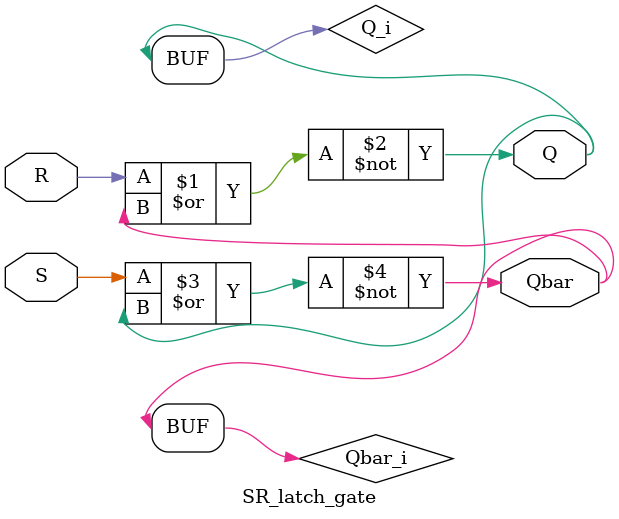
<source format=v>
module SR_latch_gate (input R, input S, output Q,output Qbar);
assign #2 Q_i =Q;
assign #2 Qbar_i=Qbar;
assign #2 Q= ~(R|Qbar);
assign #2 Qbar=~(S|Q);
endmodule

</source>
